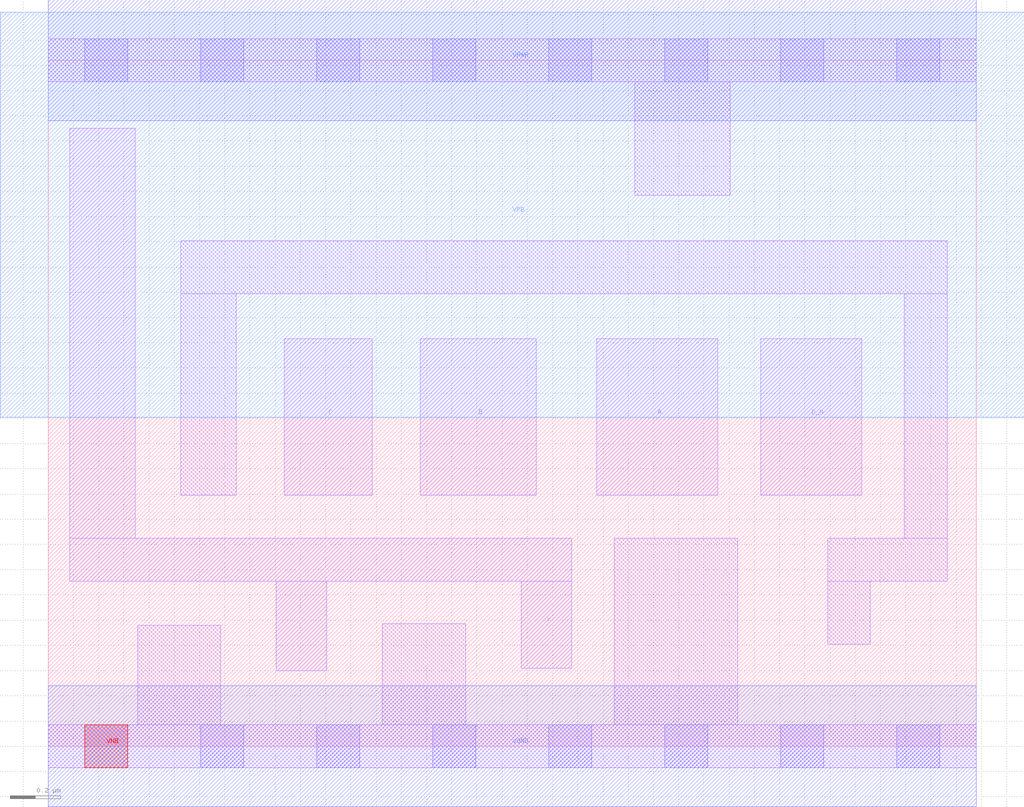
<source format=lef>
# Copyright 2020 The SkyWater PDK Authors
#
# Licensed under the Apache License, Version 2.0 (the "License");
# you may not use this file except in compliance with the License.
# You may obtain a copy of the License at
#
#     https://www.apache.org/licenses/LICENSE-2.0
#
# Unless required by applicable law or agreed to in writing, software
# distributed under the License is distributed on an "AS IS" BASIS,
# WITHOUT WARRANTIES OR CONDITIONS OF ANY KIND, either express or implied.
# See the License for the specific language governing permissions and
# limitations under the License.
#
# SPDX-License-Identifier: Apache-2.0

VERSION 5.7 ;
  NOWIREEXTENSIONATPIN ON ;
  DIVIDERCHAR "/" ;
  BUSBITCHARS "[]" ;
PROPERTYDEFINITIONS
  MACRO maskLayoutSubType STRING ;
  MACRO prCellType STRING ;
  MACRO originalViewName STRING ;
END PROPERTYDEFINITIONS
MACRO sky130_fd_sc_hdll__nor4b_1
  CLASS CORE ;
  FOREIGN sky130_fd_sc_hdll__nor4b_1 ;
  ORIGIN  0.000000  0.000000 ;
  SIZE  3.680000 BY  2.720000 ;
  SYMMETRY X Y R90 ;
  SITE unithd ;
  PIN A
    ANTENNAGATEAREA  0.277500 ;
    DIRECTION INPUT ;
    USE SIGNAL ;
    PORT
      LAYER li1 ;
        RECT 2.175000 0.995000 2.655000 1.615000 ;
    END
  END A
  PIN B
    ANTENNAGATEAREA  0.277500 ;
    DIRECTION INPUT ;
    USE SIGNAL ;
    PORT
      LAYER li1 ;
        RECT 1.475000 0.995000 1.935000 1.615000 ;
    END
  END B
  PIN C
    ANTENNAGATEAREA  0.277500 ;
    DIRECTION INPUT ;
    USE SIGNAL ;
    PORT
      LAYER li1 ;
        RECT 0.935000 0.995000 1.285000 1.615000 ;
    END
  END C
  PIN D_N
    ANTENNAGATEAREA  0.138600 ;
    DIRECTION INPUT ;
    USE SIGNAL ;
    PORT
      LAYER li1 ;
        RECT 2.825000 0.995000 3.225000 1.615000 ;
    END
  END D_N
  PIN VNB
    PORT
      LAYER pwell ;
        RECT 0.145000 -0.085000 0.315000 0.085000 ;
    END
  END VNB
  PIN VPB
    PORT
      LAYER nwell ;
        RECT -0.190000 1.305000 3.870000 2.910000 ;
    END
  END VPB
  PIN Y
    ANTENNADIFFAREA  0.913500 ;
    DIRECTION OUTPUT ;
    USE SIGNAL ;
    PORT
      LAYER li1 ;
        RECT 0.085000 0.655000 2.075000 0.825000 ;
        RECT 0.085000 0.825000 0.345000 2.450000 ;
        RECT 0.905000 0.300000 1.105000 0.655000 ;
        RECT 1.875000 0.310000 2.075000 0.655000 ;
    END
  END Y
  PIN VGND
    DIRECTION INOUT ;
    USE GROUND ;
    PORT
      LAYER met1 ;
        RECT 0.000000 -0.240000 3.680000 0.240000 ;
    END
  END VGND
  PIN VPWR
    DIRECTION INOUT ;
    USE POWER ;
    PORT
      LAYER met1 ;
        RECT 0.000000 2.480000 3.680000 2.960000 ;
    END
  END VPWR
  OBS
    LAYER li1 ;
      RECT 0.000000 -0.085000 3.680000 0.085000 ;
      RECT 0.000000  2.635000 3.680000 2.805000 ;
      RECT 0.355000  0.085000 0.685000 0.480000 ;
      RECT 0.525000  0.995000 0.745000 1.795000 ;
      RECT 0.525000  1.795000 3.565000 2.005000 ;
      RECT 1.325000  0.085000 1.655000 0.485000 ;
      RECT 2.245000  0.085000 2.735000 0.825000 ;
      RECT 2.325000  2.185000 2.705000 2.635000 ;
      RECT 3.090000  0.405000 3.260000 0.655000 ;
      RECT 3.090000  0.655000 3.565000 0.825000 ;
      RECT 3.395000  0.825000 3.565000 1.795000 ;
    LAYER mcon ;
      RECT 0.145000 -0.085000 0.315000 0.085000 ;
      RECT 0.145000  2.635000 0.315000 2.805000 ;
      RECT 0.605000 -0.085000 0.775000 0.085000 ;
      RECT 0.605000  2.635000 0.775000 2.805000 ;
      RECT 1.065000 -0.085000 1.235000 0.085000 ;
      RECT 1.065000  2.635000 1.235000 2.805000 ;
      RECT 1.525000 -0.085000 1.695000 0.085000 ;
      RECT 1.525000  2.635000 1.695000 2.805000 ;
      RECT 1.985000 -0.085000 2.155000 0.085000 ;
      RECT 1.985000  2.635000 2.155000 2.805000 ;
      RECT 2.445000 -0.085000 2.615000 0.085000 ;
      RECT 2.445000  2.635000 2.615000 2.805000 ;
      RECT 2.905000 -0.085000 3.075000 0.085000 ;
      RECT 2.905000  2.635000 3.075000 2.805000 ;
      RECT 3.365000 -0.085000 3.535000 0.085000 ;
      RECT 3.365000  2.635000 3.535000 2.805000 ;
  END
  PROPERTY maskLayoutSubType "abstract" ;
  PROPERTY prCellType "standard" ;
  PROPERTY originalViewName "layout" ;
END sky130_fd_sc_hdll__nor4b_1
END LIBRARY

</source>
